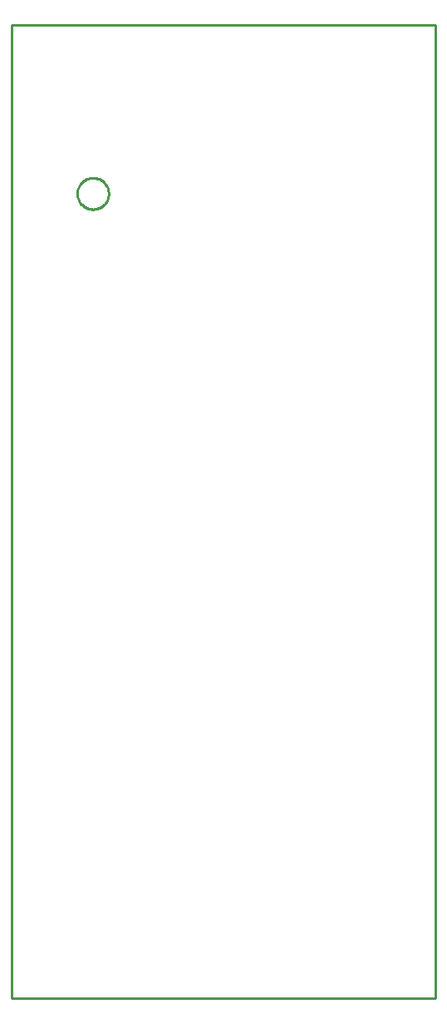
<source format=gbr>
G04 EAGLE Gerber RS-274X export*
G75*
%MOMM*%
%FSLAX34Y34*%
%LPD*%
%IN*%
%IPPOS*%
%AMOC8*
5,1,8,0,0,1.08239X$1,22.5*%
G01*
%ADD10C,0.254000*%


D10*
X0Y0D02*
X431800Y0D01*
X431800Y990600D01*
X0Y990600D01*
X0Y0D01*
X98552Y818626D02*
X98483Y817581D01*
X98347Y816542D01*
X98142Y815514D01*
X97871Y814502D01*
X97534Y813510D01*
X97133Y812542D01*
X96670Y811603D01*
X96146Y810695D01*
X95564Y809824D01*
X94926Y808993D01*
X94236Y808205D01*
X93495Y807464D01*
X92707Y806774D01*
X91876Y806136D01*
X91005Y805554D01*
X90097Y805030D01*
X89158Y804567D01*
X88190Y804166D01*
X87198Y803829D01*
X86186Y803558D01*
X85158Y803353D01*
X84119Y803217D01*
X83074Y803148D01*
X82026Y803148D01*
X80981Y803217D01*
X79942Y803353D01*
X78914Y803558D01*
X77902Y803829D01*
X76910Y804166D01*
X75942Y804567D01*
X75003Y805030D01*
X74095Y805554D01*
X73224Y806136D01*
X72393Y806774D01*
X71605Y807464D01*
X70864Y808205D01*
X70174Y808993D01*
X69536Y809824D01*
X68954Y810695D01*
X68430Y811603D01*
X67967Y812542D01*
X67566Y813510D01*
X67229Y814502D01*
X66958Y815514D01*
X66753Y816542D01*
X66617Y817581D01*
X66548Y818626D01*
X66548Y819674D01*
X66617Y820719D01*
X66753Y821758D01*
X66958Y822786D01*
X67229Y823798D01*
X67566Y824790D01*
X67967Y825758D01*
X68430Y826697D01*
X68954Y827605D01*
X69536Y828476D01*
X70174Y829307D01*
X70864Y830095D01*
X71605Y830836D01*
X72393Y831526D01*
X73224Y832164D01*
X74095Y832746D01*
X75003Y833270D01*
X75942Y833733D01*
X76910Y834134D01*
X77902Y834471D01*
X78914Y834742D01*
X79942Y834947D01*
X80981Y835083D01*
X82026Y835152D01*
X83074Y835152D01*
X84119Y835083D01*
X85158Y834947D01*
X86186Y834742D01*
X87198Y834471D01*
X88190Y834134D01*
X89158Y833733D01*
X90097Y833270D01*
X91005Y832746D01*
X91876Y832164D01*
X92707Y831526D01*
X93495Y830836D01*
X94236Y830095D01*
X94926Y829307D01*
X95564Y828476D01*
X96146Y827605D01*
X96670Y826697D01*
X97133Y825758D01*
X97534Y824790D01*
X97871Y823798D01*
X98142Y822786D01*
X98347Y821758D01*
X98483Y820719D01*
X98552Y819674D01*
X98552Y818626D01*
M02*

</source>
